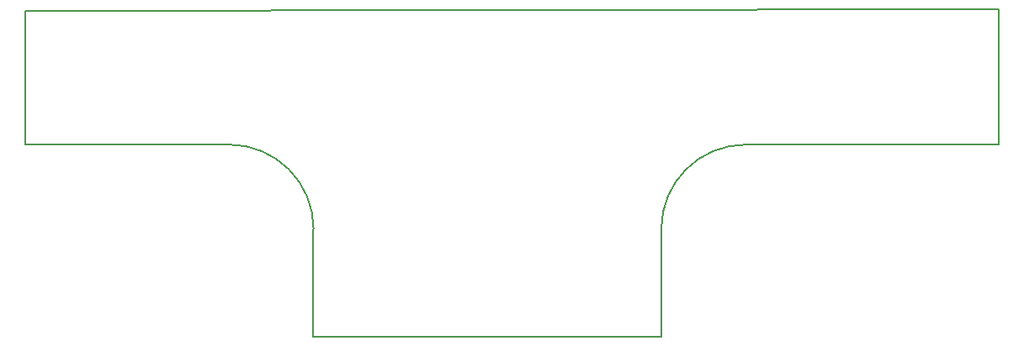
<source format=gbr>
%FSLAX34Y34*%
%MOMM*%
%LNOUTLINE*%
G71*
G01*
%ADD10C, 0.200*%
%LPD*%
G54D10*
X981074Y-136921D02*
X727074Y-136921D01*
G54D10*
G75*
G01X726477Y-137051D02*
G03X641477Y-222051I0J-85000D01*
G01*
G54D10*
X641547Y-222051D02*
X641547Y-330794D01*
G54D10*
G75*
G01X291571Y-222051D02*
G03X206571Y-137051I-85000J0D01*
G01*
G54D10*
X291373Y-222051D02*
X291373Y-330795D01*
G54D10*
X2181Y-137119D02*
X206503Y-137119D01*
X206571Y-137051D01*
G54D10*
X981074Y-136921D02*
X981074Y-396D01*
X1586Y-1984D01*
X1586Y-136921D01*
G54D10*
X291373Y-330795D02*
X641547Y-330794D01*
M02*

</source>
